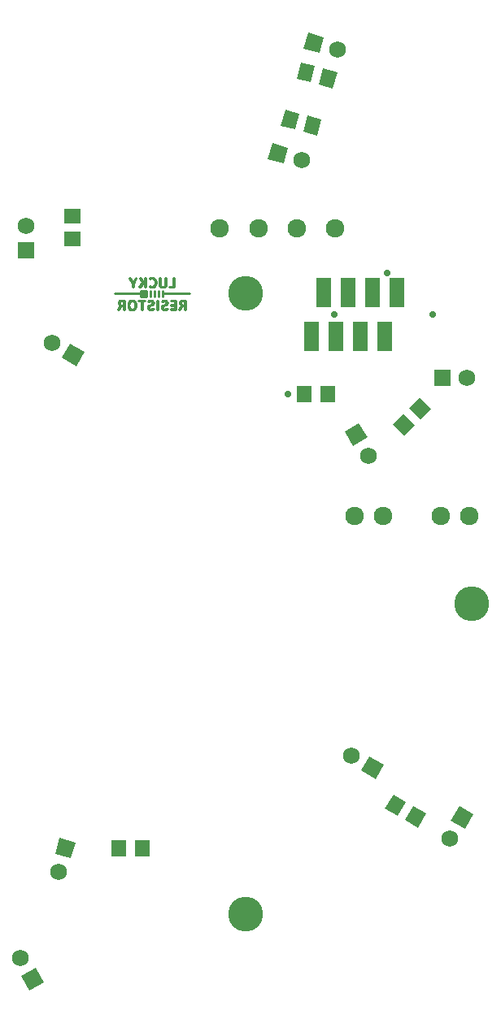
<source format=gbr>
G04 EAGLE Gerber RS-274X export*
G75*
%MOMM*%
%FSLAX34Y34*%
%LPD*%
%INSoldermask Bottom*%
%IPPOS*%
%AMOC8*
5,1,8,0,0,1.08239X$1,22.5*%
G01*
G04 Define Apertures*
%ADD10C,3.627000*%
%ADD11R,1.727000X1.727000*%
%ADD12C,1.727000*%
%ADD13R,1.527000X1.727000*%
%ADD14R,1.727000X1.527000*%
%ADD15R,1.727000X1.727000*%
%ADD16R,1.627000X3.127000*%
%ADD17C,0.254000*%
%ADD18C,1.927000*%
%ADD19C,0.731000*%
D10*
X297011Y772136D03*
X531983Y448778D03*
X297085Y125442D03*
D11*
G36*
X98312Y187662D02*
X102782Y204342D01*
X119462Y199872D01*
X114992Y183192D01*
X98312Y187662D01*
G37*
D12*
X102313Y169233D03*
D11*
G36*
X78010Y69296D02*
X86645Y54341D01*
X71690Y45706D01*
X63055Y60661D01*
X78010Y69296D01*
G37*
D12*
X62150Y79499D03*
D13*
X165000Y193900D03*
X189000Y193900D03*
X357900Y667000D03*
X381900Y667000D03*
D11*
G36*
X425539Y289545D02*
X440494Y280910D01*
X431859Y265955D01*
X416904Y274590D01*
X425539Y289545D01*
G37*
D12*
X406701Y290450D03*
D11*
G36*
X510555Y222739D02*
X519190Y237694D01*
X534145Y229059D01*
X525510Y214104D01*
X510555Y222739D01*
G37*
D12*
X509650Y203901D03*
D14*
G36*
X441979Y234940D02*
X450614Y249895D01*
X463837Y242260D01*
X455202Y227305D01*
X441979Y234940D01*
G37*
G36*
X462763Y222940D02*
X471398Y237895D01*
X484621Y230260D01*
X475986Y215305D01*
X462763Y222940D01*
G37*
D11*
G36*
X408490Y613204D02*
X399855Y628159D01*
X414810Y636794D01*
X423445Y621839D01*
X408490Y613204D01*
G37*
D12*
X424350Y603001D03*
D15*
X502000Y683800D03*
D12*
X527400Y683800D03*
D14*
G36*
X462122Y623811D02*
X449911Y636022D01*
X460708Y646819D01*
X472919Y634608D01*
X462122Y623811D01*
G37*
G36*
X479092Y640781D02*
X466881Y652992D01*
X477678Y663789D01*
X489889Y651578D01*
X479092Y640781D01*
G37*
D11*
G36*
X114139Y719645D02*
X129094Y711010D01*
X120459Y696055D01*
X105504Y704690D01*
X114139Y719645D01*
G37*
D12*
X95301Y720550D03*
D15*
X68200Y816800D03*
D12*
X68200Y842200D03*
D14*
X116200Y828400D03*
X116200Y852400D03*
D11*
G36*
X373838Y1022412D02*
X357158Y1026882D01*
X361628Y1043562D01*
X378308Y1039092D01*
X373838Y1022412D01*
G37*
D12*
X392267Y1026413D03*
D11*
G36*
X336738Y907112D02*
X320058Y911582D01*
X324528Y928262D01*
X341208Y923792D01*
X336738Y907112D01*
G37*
D12*
X355167Y911113D03*
D14*
G36*
X333500Y946742D02*
X337970Y963422D01*
X352718Y959470D01*
X348248Y942790D01*
X333500Y946742D01*
G37*
G36*
X356682Y940530D02*
X361152Y957210D01*
X375900Y953258D01*
X371430Y936578D01*
X356682Y940530D01*
G37*
G36*
X392166Y1002427D02*
X387696Y985747D01*
X372948Y989699D01*
X377418Y1006379D01*
X392166Y1002427D01*
G37*
G36*
X368984Y1008639D02*
X364514Y991959D01*
X349766Y995911D01*
X354236Y1012591D01*
X368984Y1008639D01*
G37*
D16*
X454450Y772500D03*
X429050Y772500D03*
X403650Y772500D03*
X378250Y772500D03*
X441750Y727500D03*
X416350Y727500D03*
X390950Y727500D03*
X365550Y727500D03*
D17*
X179464Y755017D02*
X178531Y754941D01*
X179464Y755017D02*
X179885Y755111D01*
X180274Y755243D01*
X180633Y755413D01*
X180961Y755621D01*
X181258Y755865D01*
X181524Y756148D01*
X181758Y756467D01*
X181962Y756824D01*
X182135Y757219D01*
X182386Y758119D01*
X182511Y759167D01*
X182491Y760544D01*
X182386Y761250D01*
X182222Y761869D01*
X182007Y762408D01*
X181747Y762871D01*
X181452Y763265D01*
X181130Y763595D01*
X180788Y763866D01*
X180434Y764085D01*
X180077Y764256D01*
X179383Y764479D01*
X178772Y764581D01*
X178307Y764605D01*
X177847Y764585D01*
X177416Y764526D01*
X177013Y764429D01*
X176638Y764292D01*
X176292Y764118D01*
X175975Y763906D01*
X175687Y763655D01*
X175429Y763368D01*
X175200Y763043D01*
X175001Y762681D01*
X174832Y762282D01*
X174585Y761375D01*
X174461Y760325D01*
X174454Y759332D01*
X174533Y758489D01*
X174713Y757661D01*
X174847Y757263D01*
X175016Y756882D01*
X175222Y756522D01*
X175467Y756188D01*
X175754Y755883D01*
X176087Y755614D01*
X176468Y755384D01*
X176900Y755197D01*
X177386Y755058D01*
X177929Y754971D01*
X178531Y754941D01*
X178840Y764323D02*
X178479Y764343D01*
X178840Y764323D02*
X179183Y764264D01*
X179507Y764166D01*
X179812Y764032D01*
X180096Y763861D01*
X180359Y763654D01*
X180601Y763414D01*
X180820Y763140D01*
X181015Y762834D01*
X181187Y762496D01*
X181457Y761731D01*
X181623Y760852D01*
X181680Y759868D01*
X181579Y758453D01*
X181462Y757866D01*
X181307Y757353D01*
X181119Y756909D01*
X180904Y756529D01*
X180667Y756208D01*
X180413Y755942D01*
X180148Y755725D01*
X179876Y755553D01*
X179604Y755420D01*
X179335Y755323D01*
X178833Y755214D01*
X178410Y755186D01*
X178003Y755212D01*
X177519Y755318D01*
X177260Y755412D01*
X176998Y755539D01*
X176736Y755705D01*
X176481Y755914D01*
X176236Y756171D01*
X176008Y756480D01*
X175801Y756846D01*
X175620Y757273D01*
X175471Y757768D01*
X175286Y758974D01*
X175276Y760220D01*
X175388Y761189D01*
X175608Y762043D01*
X175756Y762425D01*
X175929Y762776D01*
X176126Y763094D01*
X176346Y763378D01*
X176589Y763628D01*
X176853Y763842D01*
X177139Y764020D01*
X177445Y764159D01*
X177771Y764261D01*
X178116Y764322D01*
X178479Y764343D01*
X198040Y754941D02*
X198811Y754991D01*
X199566Y755124D01*
X200893Y755540D01*
X200728Y755944D01*
X199349Y755489D01*
X198662Y755355D01*
X198023Y755306D01*
X197719Y755319D01*
X197440Y755355D01*
X197185Y755413D01*
X196954Y755491D01*
X196745Y755588D01*
X196557Y755703D01*
X196392Y755832D01*
X196246Y755975D01*
X196121Y756130D01*
X196014Y756295D01*
X195926Y756468D01*
X195856Y756648D01*
X195765Y757023D01*
X195736Y757404D01*
X195753Y757683D01*
X195803Y757937D01*
X195883Y758168D01*
X195989Y758377D01*
X196119Y758566D01*
X196270Y758735D01*
X196439Y758888D01*
X196817Y759145D01*
X197231Y759350D01*
X199095Y759988D01*
X199560Y760199D01*
X199951Y760438D01*
X200119Y760571D01*
X200268Y760714D01*
X200398Y760869D01*
X200508Y761036D01*
X200599Y761218D01*
X200670Y761414D01*
X200721Y761627D01*
X200752Y761858D01*
X200762Y762107D01*
X200735Y762517D01*
X200660Y762880D01*
X200541Y763198D01*
X200384Y763475D01*
X200196Y763714D01*
X199982Y763916D01*
X199747Y764086D01*
X199499Y764225D01*
X198982Y764426D01*
X198479Y764540D01*
X197696Y764605D01*
X197010Y764551D01*
X196326Y764397D01*
X195663Y764149D01*
X195040Y763816D01*
X195264Y763531D01*
X195920Y763878D01*
X196545Y764126D01*
X197137Y764276D01*
X197696Y764325D01*
X198153Y764287D01*
X198368Y764240D01*
X198572Y764176D01*
X198764Y764096D01*
X198944Y763999D01*
X199111Y763887D01*
X199264Y763762D01*
X199402Y763622D01*
X199524Y763470D01*
X199630Y763306D01*
X199718Y763130D01*
X199789Y762944D01*
X199840Y762748D01*
X199871Y762544D01*
X199882Y762331D01*
X199865Y762056D01*
X199817Y761806D01*
X199740Y761577D01*
X199636Y761368D01*
X199509Y761179D01*
X199360Y761008D01*
X199192Y760853D01*
X198810Y760586D01*
X198384Y760367D01*
X196400Y759651D01*
X195930Y759434D01*
X195541Y759191D01*
X195377Y759058D01*
X195232Y758914D01*
X195107Y758759D01*
X195002Y758591D01*
X194916Y758408D01*
X194849Y758210D01*
X194802Y757995D01*
X194764Y757508D01*
X194790Y757097D01*
X194864Y756732D01*
X194982Y756410D01*
X195137Y756129D01*
X195325Y755886D01*
X195541Y755677D01*
X195778Y755502D01*
X196033Y755356D01*
X196571Y755142D01*
X197113Y755016D01*
X198040Y754941D01*
X212436Y754941D02*
X213206Y754991D01*
X213961Y755124D01*
X215288Y755542D01*
X215123Y755944D01*
X213744Y755489D01*
X213057Y755355D01*
X212418Y755306D01*
X212115Y755319D01*
X211835Y755355D01*
X211580Y755413D01*
X211349Y755491D01*
X211139Y755588D01*
X210952Y755703D01*
X210786Y755832D01*
X210641Y755975D01*
X210515Y756130D01*
X210408Y756295D01*
X210320Y756468D01*
X210250Y756648D01*
X210158Y757023D01*
X210129Y757404D01*
X210147Y757683D01*
X210197Y757937D01*
X210276Y758168D01*
X210383Y758377D01*
X210513Y758566D01*
X210664Y758735D01*
X210833Y758888D01*
X211212Y759145D01*
X211626Y759350D01*
X213490Y759988D01*
X213955Y760199D01*
X214347Y760438D01*
X214514Y760571D01*
X214663Y760714D01*
X214793Y760869D01*
X214903Y761036D01*
X214994Y761218D01*
X215065Y761414D01*
X215116Y761627D01*
X215147Y761858D01*
X215157Y762107D01*
X215131Y762517D01*
X215055Y762880D01*
X214936Y763198D01*
X214779Y763475D01*
X214591Y763714D01*
X214377Y763916D01*
X214143Y764086D01*
X213894Y764225D01*
X213378Y764426D01*
X212874Y764540D01*
X212091Y764605D01*
X211406Y764552D01*
X210722Y764397D01*
X210058Y764150D01*
X209435Y763816D01*
X209661Y763531D01*
X210317Y763878D01*
X210942Y764126D01*
X211534Y764276D01*
X212091Y764325D01*
X212549Y764287D01*
X212763Y764240D01*
X212967Y764176D01*
X213159Y764096D01*
X213339Y763999D01*
X213506Y763887D01*
X213659Y763762D01*
X213797Y763622D01*
X213919Y763470D01*
X214025Y763306D01*
X214114Y763130D01*
X214184Y762944D01*
X214235Y762748D01*
X214266Y762544D01*
X214277Y762331D01*
X214260Y762056D01*
X214212Y761806D01*
X214135Y761577D01*
X214031Y761368D01*
X213904Y761179D01*
X213755Y761008D01*
X213587Y760853D01*
X213206Y760586D01*
X212780Y760367D01*
X210796Y759651D01*
X210327Y759434D01*
X209939Y759191D01*
X209775Y759058D01*
X209630Y758914D01*
X209505Y758759D01*
X209400Y758591D01*
X209314Y758408D01*
X209248Y758210D01*
X209201Y757995D01*
X209163Y757508D01*
X209189Y757097D01*
X209263Y756732D01*
X209381Y756410D01*
X209536Y756129D01*
X209724Y755886D01*
X209939Y755677D01*
X210176Y755502D01*
X210430Y755356D01*
X210968Y755142D01*
X211509Y755016D01*
X212436Y754941D01*
X166293Y758505D02*
X164792Y755148D01*
X166293Y758505D02*
X166529Y758808D01*
X166655Y758932D01*
X166915Y759130D01*
X167181Y759270D01*
X167442Y759361D01*
X167688Y759412D01*
X168931Y759429D01*
X169040Y759413D01*
X169146Y759386D01*
X169247Y759349D01*
X169343Y759302D01*
X169433Y759247D01*
X169518Y759184D01*
X169596Y759113D01*
X169667Y759035D01*
X169730Y758950D01*
X169785Y758859D01*
X169832Y758763D01*
X169869Y758662D01*
X169896Y758556D01*
X169912Y758447D01*
X169918Y755148D01*
X170683Y755148D01*
X170683Y764398D01*
X166658Y764348D01*
X165867Y764208D01*
X165550Y764108D01*
X165280Y763991D01*
X165054Y763859D01*
X164867Y763712D01*
X164716Y763553D01*
X164598Y763384D01*
X164508Y763206D01*
X164443Y763021D01*
X164398Y762830D01*
X164358Y762441D01*
X164361Y762063D01*
X164414Y761723D01*
X164511Y761416D01*
X164647Y761141D01*
X164812Y760899D01*
X165001Y760690D01*
X165205Y760515D01*
X165416Y760374D01*
X165590Y760280D01*
X165716Y760193D01*
X165828Y760091D01*
X165923Y759974D01*
X166002Y759847D01*
X166063Y759709D01*
X166104Y759563D01*
X166126Y759411D01*
X166126Y759256D01*
X166104Y759104D01*
X166063Y758958D01*
X166002Y758820D01*
X165923Y758693D01*
X165828Y758577D01*
X165716Y758474D01*
X165590Y758387D01*
X165516Y758346D01*
X165498Y758333D01*
X165445Y758280D01*
X165378Y758188D01*
X164030Y755148D01*
X164792Y755148D01*
X168819Y764291D02*
X168931Y764285D01*
X169040Y764269D01*
X169146Y764242D01*
X169247Y764205D01*
X169343Y764158D01*
X169433Y764103D01*
X169518Y764040D01*
X169596Y763969D01*
X169667Y763891D01*
X169730Y763806D01*
X169785Y763715D01*
X169832Y763619D01*
X169869Y763518D01*
X169896Y763412D01*
X169912Y763303D01*
X169912Y760496D01*
X169896Y760386D01*
X169869Y760281D01*
X169832Y760180D01*
X169785Y760083D01*
X169730Y759993D01*
X169667Y759908D01*
X169596Y759830D01*
X169518Y759759D01*
X169433Y759695D01*
X169343Y759640D01*
X169247Y759594D01*
X169146Y759557D01*
X169040Y759530D01*
X168931Y759513D01*
X167420Y759519D01*
X167153Y759553D01*
X166901Y759608D01*
X166663Y759684D01*
X166441Y759781D01*
X166234Y759898D01*
X166044Y760033D01*
X165871Y760187D01*
X165716Y760359D01*
X165580Y760548D01*
X165463Y760753D01*
X165366Y760974D01*
X165289Y761210D01*
X165233Y761461D01*
X165188Y762003D01*
X165213Y762401D01*
X165298Y762801D01*
X165367Y762997D01*
X165458Y763186D01*
X165571Y763367D01*
X165708Y763539D01*
X165872Y763698D01*
X166065Y763842D01*
X166287Y763971D01*
X166542Y764080D01*
X166832Y764169D01*
X167157Y764236D01*
X168819Y764291D01*
X188889Y763027D02*
X188883Y755148D01*
X188889Y763027D02*
X188906Y763137D01*
X188933Y763242D01*
X188970Y763343D01*
X189016Y763439D01*
X189071Y763530D01*
X189134Y763615D01*
X189205Y763693D01*
X189283Y763764D01*
X189368Y763827D01*
X189459Y763883D01*
X189555Y763929D01*
X189656Y763966D01*
X189761Y763993D01*
X189870Y764010D01*
X191932Y764015D01*
X191932Y764398D01*
X184966Y764398D01*
X184966Y764015D01*
X187149Y764010D01*
X187258Y763993D01*
X187363Y763966D01*
X187464Y763929D01*
X187560Y763883D01*
X187651Y763827D01*
X187736Y763764D01*
X187814Y763693D01*
X187885Y763615D01*
X187948Y763530D01*
X188003Y763439D01*
X188049Y763343D01*
X188086Y763242D01*
X188113Y763137D01*
X188130Y763027D01*
X188136Y755148D01*
X188883Y755148D01*
X205394Y755148D02*
X205394Y764398D01*
X204634Y764398D01*
X204634Y755148D01*
X205394Y755148D01*
X223923Y755148D02*
X223923Y764398D01*
X218633Y764398D01*
X218633Y764015D01*
X222174Y764010D01*
X222283Y763993D01*
X222389Y763966D01*
X222490Y763929D01*
X222586Y763883D01*
X222677Y763827D01*
X222762Y763764D01*
X222840Y763693D01*
X222911Y763615D01*
X222974Y763530D01*
X223029Y763439D01*
X223076Y763343D01*
X223113Y763242D01*
X223140Y763137D01*
X223156Y763027D01*
X223156Y761064D01*
X223140Y760955D01*
X223113Y760849D01*
X223076Y760748D01*
X223029Y760652D01*
X222974Y760561D01*
X222911Y760476D01*
X222840Y760398D01*
X222762Y760327D01*
X222677Y760264D01*
X222586Y760209D01*
X222490Y760162D01*
X222389Y760125D01*
X222283Y760098D01*
X222174Y760082D01*
X219271Y760076D01*
X219271Y759694D01*
X222174Y759688D01*
X222283Y759671D01*
X222389Y759644D01*
X222490Y759607D01*
X222586Y759561D01*
X222677Y759506D01*
X222762Y759442D01*
X222840Y759371D01*
X222911Y759293D01*
X222974Y759208D01*
X223029Y759118D01*
X223076Y759021D01*
X223113Y758920D01*
X223140Y758815D01*
X223156Y758705D01*
X223156Y756517D01*
X223140Y756407D01*
X223113Y756302D01*
X223076Y756201D01*
X223029Y756104D01*
X222974Y756014D01*
X222911Y755929D01*
X222840Y755851D01*
X222762Y755780D01*
X222677Y755716D01*
X222586Y755661D01*
X222490Y755615D01*
X222389Y755578D01*
X222283Y755551D01*
X222174Y755534D01*
X218513Y755528D01*
X218513Y755148D01*
X223923Y755148D01*
X228505Y755148D02*
X230007Y758505D01*
X230242Y758808D01*
X230497Y759039D01*
X230762Y759207D01*
X231026Y759321D01*
X231280Y759391D01*
X231516Y759426D01*
X232643Y759429D01*
X232753Y759413D01*
X232858Y759386D01*
X232959Y759349D01*
X233056Y759302D01*
X233146Y759247D01*
X233231Y759184D01*
X233309Y759113D01*
X233380Y759035D01*
X233444Y758950D01*
X233499Y758859D01*
X233545Y758763D01*
X233582Y758662D01*
X233609Y758556D01*
X233626Y758447D01*
X233632Y755148D01*
X234393Y755148D01*
X234393Y764398D01*
X230370Y764348D01*
X229580Y764208D01*
X229264Y764108D01*
X228994Y763991D01*
X228768Y763859D01*
X228581Y763712D01*
X228431Y763553D01*
X228313Y763384D01*
X228223Y763206D01*
X228158Y763021D01*
X228113Y762830D01*
X228073Y762441D01*
X228076Y762063D01*
X228129Y761723D01*
X228226Y761416D01*
X228361Y761141D01*
X228527Y760899D01*
X228715Y760690D01*
X228918Y760515D01*
X229129Y760374D01*
X229304Y760280D01*
X229430Y760193D01*
X229542Y760091D01*
X229638Y759974D01*
X229717Y759847D01*
X229778Y759709D01*
X229820Y759563D01*
X229841Y759411D01*
X229841Y759256D01*
X229820Y759104D01*
X229778Y758958D01*
X229717Y758820D01*
X229638Y758693D01*
X229542Y758577D01*
X229430Y758474D01*
X229304Y758387D01*
X229230Y758346D01*
X229212Y758333D01*
X229160Y758280D01*
X229091Y758188D01*
X229018Y758055D01*
X227741Y755148D01*
X228505Y755148D01*
X232531Y764291D02*
X232643Y764285D01*
X232753Y764269D01*
X232858Y764242D01*
X232959Y764205D01*
X233056Y764158D01*
X233146Y764103D01*
X233231Y764040D01*
X233309Y763969D01*
X233380Y763891D01*
X233444Y763806D01*
X233499Y763715D01*
X233545Y763619D01*
X233582Y763518D01*
X233609Y763412D01*
X233626Y763303D01*
X233626Y760496D01*
X233609Y760386D01*
X233582Y760281D01*
X233545Y760180D01*
X233499Y760083D01*
X233444Y759993D01*
X233380Y759908D01*
X233309Y759830D01*
X233231Y759759D01*
X233146Y759695D01*
X233056Y759640D01*
X232959Y759594D01*
X232858Y759557D01*
X232753Y759530D01*
X232643Y759513D01*
X231132Y759519D01*
X230866Y759553D01*
X230613Y759608D01*
X230376Y759684D01*
X230153Y759781D01*
X229947Y759898D01*
X229757Y760033D01*
X229584Y760187D01*
X229429Y760359D01*
X229292Y760548D01*
X229175Y760753D01*
X229078Y760974D01*
X229001Y761210D01*
X228945Y761461D01*
X228900Y762003D01*
X228925Y762401D01*
X229009Y762801D01*
X229079Y762997D01*
X229169Y763186D01*
X229282Y763367D01*
X229420Y763539D01*
X229584Y763698D01*
X229777Y763842D01*
X229999Y763971D01*
X230254Y764080D01*
X230544Y764169D01*
X230869Y764236D01*
X232531Y764291D01*
X193702Y774457D02*
X187616Y774457D01*
X187616Y772782D01*
X187616Y770862D01*
X187616Y769021D01*
X193702Y769021D01*
X199194Y778552D02*
X199814Y778581D01*
X200373Y778667D01*
X200873Y778804D01*
X201317Y778988D01*
X201709Y779215D01*
X202051Y779481D01*
X202347Y779780D01*
X202599Y780110D01*
X202810Y780464D01*
X202984Y780840D01*
X203229Y781637D01*
X203359Y782465D01*
X203397Y783289D01*
X203363Y784077D01*
X203266Y784778D01*
X203112Y785395D01*
X202909Y785935D01*
X202663Y786402D01*
X202381Y786802D01*
X202070Y787140D01*
X201737Y787420D01*
X201389Y787648D01*
X201032Y787829D01*
X200675Y787969D01*
X199983Y788142D01*
X199369Y788209D01*
X198922Y788211D01*
X198559Y788178D01*
X198209Y788112D01*
X197873Y788012D01*
X197551Y787880D01*
X197243Y787715D01*
X196949Y787516D01*
X196535Y787158D01*
X196883Y786908D01*
X197435Y787367D01*
X197720Y787547D01*
X198012Y787694D01*
X198309Y787808D01*
X198614Y787889D01*
X198926Y787937D01*
X199246Y787954D01*
X199546Y787940D01*
X199847Y787896D01*
X200144Y787823D01*
X200436Y787717D01*
X200720Y787579D01*
X200993Y787406D01*
X201253Y787196D01*
X201497Y786950D01*
X201722Y786664D01*
X201926Y786338D01*
X202105Y785971D01*
X202258Y785561D01*
X202474Y784605D01*
X202550Y783461D01*
X202520Y782693D01*
X202433Y782013D01*
X202297Y781416D01*
X202117Y780897D01*
X201902Y780450D01*
X201656Y780071D01*
X201388Y779753D01*
X201103Y779491D01*
X200809Y779280D01*
X200512Y779115D01*
X200218Y778990D01*
X199669Y778839D01*
X199215Y778784D01*
X198615Y778803D01*
X198056Y778911D01*
X197504Y779105D01*
X196821Y779472D01*
X196666Y779272D01*
X197247Y778947D01*
X197851Y778723D01*
X198494Y778593D01*
X199194Y778552D01*
X210524Y778552D02*
X211483Y778605D01*
X212252Y778760D01*
X212570Y778873D01*
X212848Y779009D01*
X213088Y779168D01*
X213292Y779347D01*
X213463Y779547D01*
X213603Y779766D01*
X213715Y780004D01*
X213801Y780260D01*
X213906Y780822D01*
X213936Y788009D01*
X213175Y788009D01*
X213128Y780994D01*
X213069Y780707D01*
X212989Y780439D01*
X212887Y780190D01*
X212763Y779959D01*
X212618Y779749D01*
X212453Y779558D01*
X212268Y779387D01*
X212063Y779238D01*
X211840Y779111D01*
X211598Y779005D01*
X211338Y778922D01*
X211060Y778862D01*
X210455Y778814D01*
X210166Y778826D01*
X209890Y778864D01*
X209627Y778925D01*
X209379Y779010D01*
X209147Y779117D01*
X208930Y779245D01*
X208730Y779394D01*
X208548Y779563D01*
X208385Y779751D01*
X208240Y779957D01*
X208116Y780181D01*
X208013Y780421D01*
X207931Y780677D01*
X207871Y780948D01*
X207823Y788009D01*
X207061Y788009D01*
X207091Y780755D01*
X207177Y780372D01*
X207311Y780036D01*
X207488Y779744D01*
X207701Y779492D01*
X207942Y779279D01*
X208207Y779100D01*
X208488Y778952D01*
X209071Y778741D01*
X209640Y778620D01*
X210524Y778552D01*
X179929Y778759D02*
X179937Y782181D01*
X179960Y782311D01*
X179999Y782438D01*
X182909Y788009D01*
X182169Y788009D01*
X180410Y784365D01*
X180315Y784243D01*
X180205Y784136D01*
X180082Y784046D01*
X179947Y783973D01*
X179804Y783920D01*
X179652Y783888D01*
X179495Y783876D01*
X179338Y783887D01*
X179182Y783919D01*
X179029Y783970D01*
X178883Y784040D01*
X178749Y784127D01*
X178629Y784230D01*
X178526Y784349D01*
X176664Y788009D01*
X176109Y788009D01*
X179108Y782467D01*
X179149Y782336D01*
X179174Y782202D01*
X179182Y778759D01*
X179929Y778759D01*
X187195Y778759D02*
X189030Y782500D01*
X189115Y782613D01*
X189214Y782713D01*
X189324Y782800D01*
X189444Y782871D01*
X189573Y782928D01*
X189709Y782967D01*
X189887Y782992D01*
X189936Y782994D01*
X190078Y782987D01*
X190206Y782964D01*
X190329Y782926D01*
X190447Y782875D01*
X190557Y782810D01*
X190660Y782733D01*
X190754Y782643D01*
X191902Y781074D01*
X191980Y780920D01*
X192033Y780756D01*
X192060Y780585D01*
X192063Y778759D01*
X192807Y778759D01*
X192807Y788009D01*
X192063Y788009D01*
X192047Y785209D01*
X191995Y784917D01*
X191913Y784661D01*
X191802Y784440D01*
X191667Y784255D01*
X191591Y784177D01*
X191511Y784107D01*
X191426Y784046D01*
X191337Y783994D01*
X191245Y783951D01*
X191149Y783917D01*
X191051Y783892D01*
X190950Y783877D01*
X190848Y783870D01*
X190639Y783885D01*
X190428Y783937D01*
X190219Y784025D01*
X190013Y784151D01*
X189816Y784314D01*
X189631Y784515D01*
X187247Y788009D01*
X186661Y788009D01*
X188826Y784873D01*
X188884Y784738D01*
X188924Y784598D01*
X188944Y784454D01*
X188945Y784309D01*
X188927Y784164D01*
X188889Y784022D01*
X186279Y778759D01*
X187195Y778759D01*
X222287Y778759D02*
X222287Y788009D01*
X221510Y788009D01*
X221504Y780146D01*
X221488Y780037D01*
X221461Y779932D01*
X221424Y779830D01*
X221377Y779734D01*
X221322Y779643D01*
X221259Y779559D01*
X221188Y779481D01*
X221110Y779410D01*
X221025Y779346D01*
X220934Y779291D01*
X220838Y779245D01*
X220737Y779208D01*
X220631Y779181D01*
X220522Y779164D01*
X216945Y779158D01*
X216945Y778759D01*
X222287Y778759D01*
X210749Y771901D02*
X238019Y771901D01*
X187603Y771763D02*
X160665Y771763D01*
X210749Y774457D02*
X210749Y769021D01*
X206487Y769021D02*
X206487Y774457D01*
X202226Y774457D02*
X202226Y769021D01*
X197964Y769021D02*
X197964Y774457D01*
X193702Y774457D02*
X193702Y772782D01*
X193702Y770862D01*
X193702Y769021D01*
X193702Y772782D02*
X187616Y772782D01*
X187616Y770862D02*
X193702Y770862D01*
D18*
X410000Y540000D03*
X530000Y540000D03*
X500000Y540000D03*
X310000Y840000D03*
X350000Y840000D03*
X390000Y840000D03*
X440000Y540000D03*
X270000Y840000D03*
D19*
X444000Y793000D03*
X341200Y666800D03*
X389100Y750200D03*
X491900Y750300D03*
M02*

</source>
